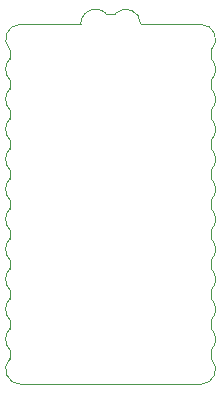
<source format=gbr>
%TF.GenerationSoftware,KiCad,Pcbnew,8.0.3+1*%
%TF.CreationDate,2024-06-27T20:46:53-04:00*%
%TF.ProjectId,XIAO_REV,5849414f-5f52-4455-962e-6b696361645f,rev?*%
%TF.SameCoordinates,Original*%
%TF.FileFunction,Profile,NP*%
%FSLAX46Y46*%
G04 Gerber Fmt 4.6, Leading zero omitted, Abs format (unit mm)*
G04 Created by KiCad (PCBNEW 8.0.3+1) date 2024-06-27 20:46:53*
%MOMM*%
%LPD*%
G01*
G04 APERTURE LIST*
%TA.AperFunction,Profile*%
%ADD10C,0.050000*%
%TD*%
G04 APERTURE END LIST*
D10*
X167640000Y-102505000D02*
X152399999Y-102505000D01*
X168541561Y-100328439D02*
X168541561Y-99591561D01*
X168541561Y-97788439D02*
X168541561Y-97051561D01*
X168541561Y-95248439D02*
X168541561Y-94511561D01*
X168541561Y-92708439D02*
X168541561Y-91971561D01*
X168541561Y-90168439D02*
X168541561Y-89431561D01*
X168541561Y-87628439D02*
X168541561Y-86891561D01*
X168541561Y-85088439D02*
X168541561Y-84351561D01*
X168541561Y-82548439D02*
X168541561Y-81821561D01*
X168541561Y-80018439D02*
X168541561Y-79271561D01*
X168541561Y-77468439D02*
X168541561Y-76741561D01*
X168541561Y-74938439D02*
X168541561Y-74191560D01*
X151498439Y-77468439D02*
X151498439Y-76731561D01*
X151498439Y-80008439D02*
X151498439Y-79271561D01*
X151498439Y-82548439D02*
X151498439Y-81811561D01*
X151498439Y-85088439D02*
X151498439Y-84351561D01*
X151498439Y-87628439D02*
X151498439Y-86891561D01*
X151498439Y-90168439D02*
X151498439Y-89431561D01*
X151498439Y-92708439D02*
X151498439Y-91971561D01*
X151498439Y-95248439D02*
X151498439Y-94511561D01*
X151498439Y-97788439D02*
X151498439Y-97051561D01*
X151498439Y-100328439D02*
X151498439Y-99591561D01*
X168541560Y-100328441D02*
G75*
G02*
X167640000Y-102504999I-901560J-901560D01*
G01*
X152399999Y-102504998D02*
G75*
G02*
X151498439Y-100328439I0J1274999D01*
G01*
X167640000Y-72015000D02*
G75*
G02*
X168541560Y-74191559I0J-1274999D01*
G01*
X151498440Y-74191559D02*
G75*
G02*
X152400000Y-72015001I901560J901560D01*
G01*
X151498439Y-74928439D02*
X151498439Y-74191561D01*
X157470000Y-72015000D02*
G75*
G02*
X158745000Y-70740000I1275000J0D01*
G01*
X160393439Y-71113439D02*
G75*
G02*
X162569997Y-72014999I901560J-901560D01*
G01*
X159646561Y-71113439D02*
X160393439Y-71113439D01*
X151498439Y-99591561D02*
G75*
G02*
X151125000Y-98690000I901561J901561D01*
G01*
X151125000Y-98690000D02*
G75*
G02*
X151498439Y-97788439I1275000J0D01*
G01*
X151498439Y-97051561D02*
G75*
G02*
X151125000Y-96150000I901561J901561D01*
G01*
X151125000Y-96150000D02*
G75*
G02*
X151498439Y-95248439I1275000J0D01*
G01*
X151498439Y-94511561D02*
G75*
G02*
X151125000Y-93610000I901561J901561D01*
G01*
X151125000Y-93610000D02*
G75*
G02*
X151498439Y-92708439I1275000J0D01*
G01*
X151498439Y-91971561D02*
G75*
G02*
X151125000Y-91070000I901561J901561D01*
G01*
X151125000Y-91070000D02*
G75*
G02*
X151498439Y-90168439I1275000J0D01*
G01*
X151498439Y-89431561D02*
G75*
G02*
X151125000Y-88530000I901561J901561D01*
G01*
X151125000Y-88530000D02*
G75*
G02*
X151498439Y-87628439I1275000J0D01*
G01*
X151498439Y-86891561D02*
G75*
G02*
X151125000Y-85990000I901561J901561D01*
G01*
X151125000Y-85990000D02*
G75*
G02*
X151498439Y-85088439I1275000J0D01*
G01*
X151498439Y-84351561D02*
G75*
G02*
X151125000Y-83450000I901561J901561D01*
G01*
X151125000Y-83450000D02*
G75*
G02*
X151498439Y-82548439I1275000J0D01*
G01*
X151498439Y-81811561D02*
G75*
G02*
X151125000Y-80910000I901561J901561D01*
G01*
X151125000Y-80910000D02*
G75*
G02*
X151498439Y-80008439I1275000J0D01*
G01*
X151498439Y-79271561D02*
G75*
G02*
X151125000Y-78370000I901561J901561D01*
G01*
X151125000Y-78370000D02*
G75*
G02*
X151498439Y-77468439I1275000J0D01*
G01*
X151498439Y-76731561D02*
G75*
G02*
X151125000Y-75830000I901561J901561D01*
G01*
X151125000Y-75830000D02*
G75*
G02*
X151498439Y-74928439I1275000J0D01*
G01*
X158745000Y-70740000D02*
G75*
G02*
X159646561Y-71113439I-2J-1275005D01*
G01*
X168541561Y-74938439D02*
G75*
G02*
X168915000Y-75840000I-901566J-901563D01*
G01*
X168915000Y-75840000D02*
G75*
G02*
X168541561Y-76741561I-1275005J2D01*
G01*
X168541561Y-77468439D02*
G75*
G02*
X168915000Y-78370000I-901566J-901563D01*
G01*
X168915000Y-78370000D02*
G75*
G02*
X168541561Y-79271561I-1275005J2D01*
G01*
X168541561Y-80018439D02*
G75*
G02*
X168915000Y-80920000I-901566J-901563D01*
G01*
X168915000Y-80920000D02*
G75*
G02*
X168541561Y-81821561I-1275005J2D01*
G01*
X168541561Y-82548439D02*
G75*
G02*
X168915000Y-83450000I-901566J-901563D01*
G01*
X168915000Y-83450000D02*
G75*
G02*
X168541561Y-84351561I-1275005J2D01*
G01*
X168541561Y-85088439D02*
G75*
G02*
X168915000Y-85990000I-901566J-901563D01*
G01*
X168915000Y-85990000D02*
G75*
G02*
X168541561Y-86891561I-1275005J2D01*
G01*
X168541561Y-87628439D02*
G75*
G02*
X168915000Y-88530000I-901566J-901563D01*
G01*
X168915000Y-88530000D02*
G75*
G02*
X168541561Y-89431561I-1275005J2D01*
G01*
X168541561Y-90168439D02*
G75*
G02*
X168915000Y-91070000I-901566J-901563D01*
G01*
X168915000Y-91070000D02*
G75*
G02*
X168541561Y-91971561I-1275005J2D01*
G01*
X168541561Y-92708439D02*
G75*
G02*
X168915000Y-93610000I-901566J-901563D01*
G01*
X168915000Y-93610000D02*
G75*
G02*
X168541561Y-94511561I-1275005J2D01*
G01*
X168541561Y-95248439D02*
G75*
G02*
X168915000Y-96150000I-901566J-901563D01*
G01*
X168915000Y-96150000D02*
G75*
G02*
X168541561Y-97051561I-1275005J2D01*
G01*
X168915000Y-98690000D02*
G75*
G02*
X168541561Y-99591561I-1275005J2D01*
G01*
X168541561Y-97788439D02*
G75*
G02*
X168915000Y-98690000I-901561J-901561D01*
G01*
X162570000Y-72015000D02*
X167640000Y-72015000D01*
X157470000Y-72015000D02*
X152400000Y-72015000D01*
M02*

</source>
